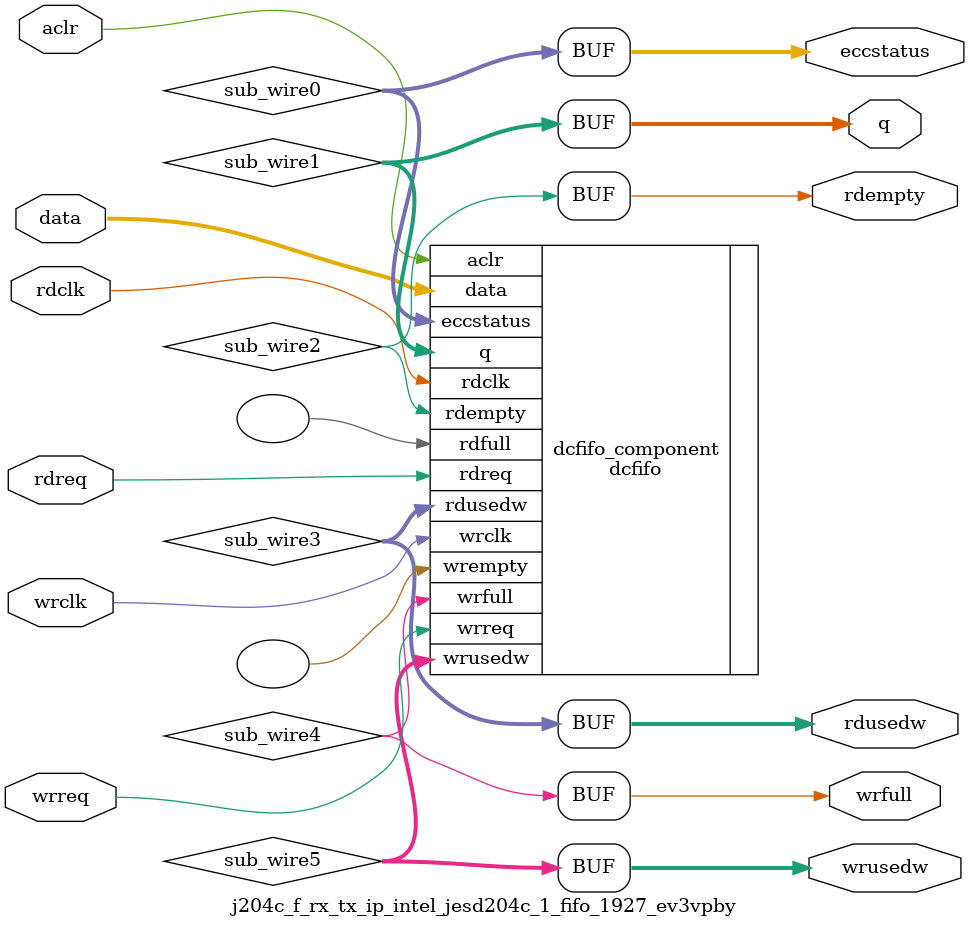
<source format=v>



`timescale 1 ps / 1 ps
// synopsys translate_on
module  j204c_f_rx_tx_ip_intel_jesd204c_1_fifo_1927_ev3vpby  (
    aclr,
    data,
    rdclk,
    rdreq,
    wrclk,
    wrreq,
    eccstatus,
    q,
    rdempty,
    rdusedw,
    wrfull,
    wrusedw);

    input    aclr;
    input  [131:0]  data;
    input    rdclk;
    input    rdreq;
    input    wrclk;
    input    wrreq;
    output [1:0]  eccstatus;
    output [131:0]  q;
    output   rdempty;
    output [2:0]  rdusedw;
    output   wrfull;
    output [2:0]  wrusedw;
`ifndef ALTERA_RESERVED_QIS
// synopsys translate_off
`endif
    tri0     aclr;
`ifndef ALTERA_RESERVED_QIS
// synopsys translate_on
`endif

    wire [1:0] sub_wire0;
    wire [131:0] sub_wire1;
    wire  sub_wire2;
    wire [2:0] sub_wire3;
    wire  sub_wire4;
    wire [2:0] sub_wire5;
    wire [1:0] eccstatus = sub_wire0[1:0];
    wire [131:0] q = sub_wire1[131:0];
    wire  rdempty = sub_wire2;
    wire [2:0] rdusedw = sub_wire3[2:0];
    wire  wrfull = sub_wire4;
    wire [2:0] wrusedw = sub_wire5[2:0];

    dcfifo  dcfifo_component (
                .aclr (aclr),
                .data (data),
                .rdclk (rdclk),
                .rdreq (rdreq),
                .wrclk (wrclk),
                .wrreq (wrreq),
                .eccstatus (sub_wire0),
                .q (sub_wire1),
                .rdempty (sub_wire2),
                .rdusedw (sub_wire3),
                .wrfull (sub_wire4),
                .wrusedw (sub_wire5),
                .rdfull (),
                .wrempty ());
    defparam
        dcfifo_component.enable_ecc  = "TRUE",
        dcfifo_component.intended_device_family  = "Agilex 7",
        dcfifo_component.lpm_hint  = "RAM_BLOCK_TYPE=M20K,MAXIMUM_DEPTH=128,DISABLE_DCFIFO_EMBEDDED_TIMING_CONSTRAINT=TRUE",
        dcfifo_component.lpm_numwords  = 8,
        dcfifo_component.lpm_showahead  = "OFF",
        dcfifo_component.lpm_type  = "dcfifo",
        dcfifo_component.lpm_width  = 132,
        dcfifo_component.lpm_widthu  = 3,
        dcfifo_component.overflow_checking  = "ON",
        dcfifo_component.rdsync_delaypipe  = 4,
        dcfifo_component.read_aclr_synch  = "ON",
        dcfifo_component.underflow_checking  = "ON",
        dcfifo_component.use_eab  = "ON",
        dcfifo_component.write_aclr_synch  = "ON",
        dcfifo_component.wrsync_delaypipe  = 4;


endmodule



</source>
